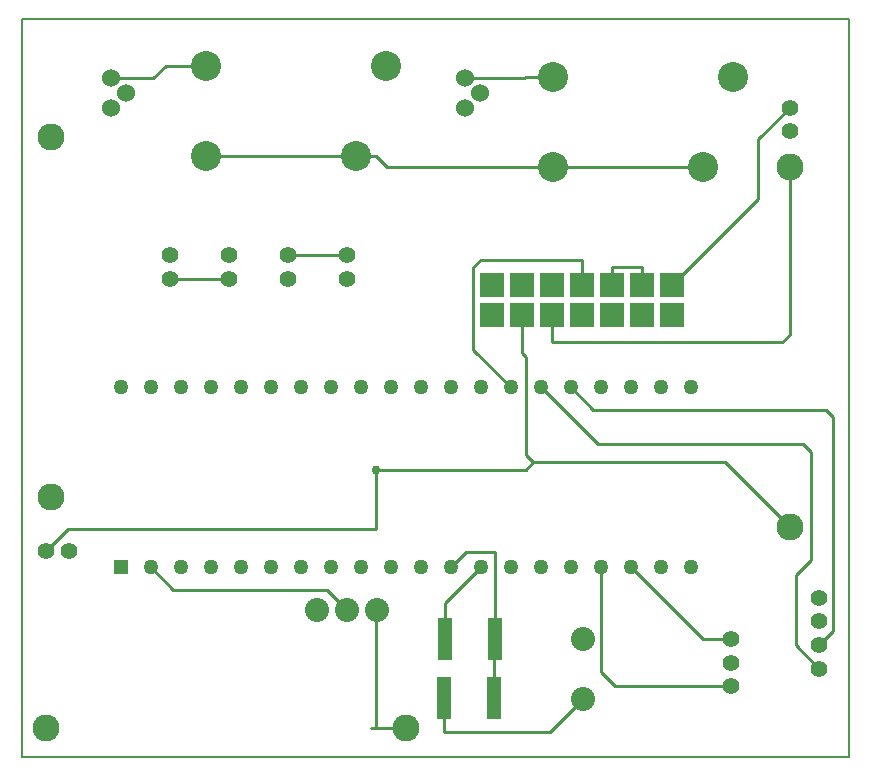
<source format=gbr>
G04 PROTEUS GERBER X2 FILE*
%TF.GenerationSoftware,Labcenter,Proteus,8.12-SP0-Build30713*%
%TF.CreationDate,2021-09-16T14:44:57+00:00*%
%TF.FileFunction,Copper,L1,Top*%
%TF.FilePolarity,Positive*%
%TF.Part,Single*%
%TF.SameCoordinates,{034bc27d-0c73-46ba-bb4b-be9bc49d2133}*%
%FSLAX45Y45*%
%MOMM*%
G01*
%TA.AperFunction,Conductor*%
%ADD10C,0.254000*%
%TA.AperFunction,ViaPad*%
%ADD11C,0.762000*%
%TA.AperFunction,ComponentPad*%
%ADD12R,1.270000X1.270000*%
%ADD13C,1.270000*%
%TA.AperFunction,ComponentPad*%
%ADD14C,2.286000*%
%TA.AperFunction,ComponentPad*%
%ADD15C,2.540000*%
%TA.AperFunction,ComponentPad*%
%ADD16R,2.032000X2.032000*%
%TA.AperFunction,ComponentPad*%
%ADD17C,2.032000*%
%TA.AperFunction,WasherPad*%
%ADD18C,1.397000*%
%TA.AperFunction,ComponentPad*%
%ADD19C,1.524000*%
%TA.AperFunction,SMDPad,CuDef*%
%ADD70R,1.295400X3.606800*%
%TA.AperFunction,Profile*%
%ADD71C,0.203200*%
%TD.AperFunction*%
D10*
X+635000Y-889000D02*
X+328000Y-1196000D01*
X+328000Y-1500000D01*
X+1500000Y-2008000D02*
X+1222000Y-2286000D01*
X+320000Y-2286000D01*
X+320000Y-2000000D01*
X+3250000Y+2500000D02*
X+3250000Y+1079500D01*
X+3186500Y+1016000D01*
X+1238000Y+1016000D01*
X+1238000Y+1246000D01*
X+1250000Y+3262000D02*
X+1016000Y+3262000D01*
X+1004000Y+3250000D01*
X+500000Y+3250000D01*
X-1694000Y+3356000D02*
X-2032000Y+3356000D01*
X-2138000Y+3250000D01*
X-2500000Y+3250000D01*
X+2254000Y+1500000D02*
X+2984500Y+2230500D01*
X+2984500Y+2734500D01*
X+3250000Y+3000000D01*
X+381000Y-889000D02*
X+508000Y-762000D01*
X+758000Y-762000D01*
X+758000Y-1500000D01*
X+750000Y-1500000D01*
X+750000Y-2000000D01*
X-1500000Y+1550000D02*
X-2000000Y+1550000D01*
X-500000Y+1750000D02*
X-1000000Y+1750000D01*
X+2000000Y+1500000D02*
X+2000000Y+1651000D01*
X+1746000Y+1651000D01*
X+1746000Y+1500000D01*
X+1905000Y-889000D02*
X+2516000Y-1500000D01*
X+2750000Y-1500000D01*
X+1651000Y-889000D02*
X+1651000Y-1778000D01*
X+1773000Y-1900000D01*
X+2750000Y-1900000D01*
X+1397000Y+635000D02*
X+1587500Y+444500D01*
X+3556000Y+444500D01*
X+3619500Y+381000D01*
X+3619500Y-1430500D01*
X+3500000Y-1550000D01*
X+1143000Y+635000D02*
X+1626046Y+151954D01*
X+3365500Y+151954D01*
X+3429000Y+88454D01*
X+3429000Y-825500D01*
X+3302000Y-952500D01*
X+3302000Y-1552000D01*
X+3500000Y-1750000D01*
X+889000Y+635000D02*
X+571500Y+952500D01*
X+571500Y+1651000D01*
X+635000Y+1714500D01*
X+1492000Y+1714500D01*
X+1492000Y+1500000D01*
X-2159000Y-889000D02*
X-1968500Y-1079500D01*
X-670500Y-1079500D01*
X-500000Y-1250000D01*
X+1079500Y+0D02*
X+2702000Y+0D01*
X+3250000Y-548000D01*
X-424000Y+2594000D02*
X-254000Y+2594000D01*
X-160000Y+2500000D01*
X+1250000Y+2500000D01*
X+1079500Y+0D02*
X+1016000Y+63500D01*
X+1016000Y+889000D01*
X+984000Y+921000D01*
X+984000Y+1246000D01*
X-254000Y-63500D02*
X+1016000Y-63500D01*
X+1079500Y+0D01*
X+1250000Y+2500000D02*
X+2520000Y+2500000D01*
X-424000Y+2594000D02*
X-1694000Y+2594000D01*
X-246000Y-1250000D02*
X-250000Y-1250000D01*
X-250000Y-2250000D01*
X-294000Y-2250000D01*
X+0Y-2250000D01*
X-254000Y-63500D02*
X-254000Y-563500D01*
X-2863500Y-563500D01*
X-3050000Y-750000D01*
D11*
X-254000Y-63500D03*
D12*
X-2413000Y-889000D03*
D13*
X-2159000Y-889000D03*
X-1905000Y-889000D03*
X-1651000Y-889000D03*
X-1397000Y-889000D03*
X-1143000Y-889000D03*
X-889000Y-889000D03*
X-635000Y-889000D03*
X-381000Y-889000D03*
X-127000Y-889000D03*
X+127000Y-889000D03*
X+381000Y-889000D03*
X+635000Y-889000D03*
X+889000Y-889000D03*
X+1143000Y-889000D03*
X+1397000Y-889000D03*
X+1651000Y-889000D03*
X+1905000Y-889000D03*
X+2159000Y-889000D03*
X+2413000Y-889000D03*
X+2413000Y+635000D03*
X+2159000Y+635000D03*
X+1905000Y+635000D03*
X+1651000Y+635000D03*
X+1397000Y+635000D03*
X+1143000Y+635000D03*
X+889000Y+635000D03*
X+635000Y+635000D03*
X+381000Y+635000D03*
X+127000Y+635000D03*
X-127000Y+635000D03*
X-381000Y+635000D03*
X-635000Y+635000D03*
X-889000Y+635000D03*
X-1143000Y+635000D03*
X-1397000Y+635000D03*
X-1651000Y+635000D03*
X-1905000Y+635000D03*
X-2159000Y+635000D03*
X-2413000Y+635000D03*
D14*
X+0Y-2250000D03*
X-3048000Y-2250000D03*
D15*
X-1694000Y+2594000D03*
X-1694000Y+3356000D03*
X-170000Y+3356000D03*
X-424000Y+2594000D03*
X+1250000Y+2500000D03*
X+1250000Y+3262000D03*
X+2774000Y+3262000D03*
X+2520000Y+2500000D03*
D14*
X+3250000Y-548000D03*
X+3250000Y+2500000D03*
D16*
X+730000Y+1246000D03*
X+984000Y+1246000D03*
X+1238000Y+1246000D03*
X+1492000Y+1246000D03*
X+1746000Y+1246000D03*
X+2000000Y+1246000D03*
X+2254000Y+1246000D03*
X+2254000Y+1500000D03*
X+2000000Y+1500000D03*
X+1746000Y+1500000D03*
X+1492000Y+1500000D03*
X+1238000Y+1500000D03*
X+984000Y+1500000D03*
X+730000Y+1500000D03*
D14*
X-3000000Y+2750000D03*
X-3000000Y-298000D03*
D17*
X+1500000Y-1500000D03*
X+1500000Y-2008000D03*
X-246000Y-1250000D03*
X-500000Y-1250000D03*
X-754000Y-1250000D03*
D18*
X+3500000Y-1150000D03*
X+3500000Y-1350000D03*
X+3500000Y-1550000D03*
X+3500000Y-1750000D03*
D19*
X-2500000Y+3250000D03*
X-2373000Y+3123000D03*
X-2500000Y+2996000D03*
X+500000Y+3250000D03*
X+627000Y+3123000D03*
X+500000Y+2996000D03*
D18*
X+2750000Y-1900000D03*
X+2750000Y-1700000D03*
X+2750000Y-1500000D03*
X-500000Y+1750000D03*
X-500000Y+1550000D03*
X+3250000Y+2800000D03*
X+3250000Y+3000000D03*
X-1500000Y+1750000D03*
X-1500000Y+1550000D03*
X-2850000Y-750000D03*
X-3050000Y-750000D03*
X-1000000Y+1750000D03*
X-1000000Y+1550000D03*
X-2000000Y+1750000D03*
X-2000000Y+1550000D03*
D70*
X+328000Y-1500000D03*
X+758000Y-1500000D03*
X+320000Y-2000000D03*
X+750000Y-2000000D03*
D71*
X-3250000Y-2500000D02*
X+3750000Y-2500000D01*
X+3750000Y+3750000D01*
X-3250000Y+3750000D01*
X-3250000Y-2500000D01*
M02*

</source>
